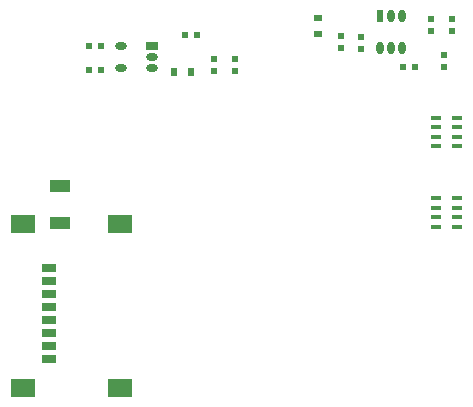
<source format=gbp>
G04*
G04 #@! TF.GenerationSoftware,Altium Limited,Altium Designer,18.1.9 (240)*
G04*
G04 Layer_Color=128*
%FSLAX25Y25*%
%MOIN*%
G70*
G01*
G75*
%ADD15R,0.06693X0.04331*%
%ADD16R,0.02362X0.02362*%
%ADD17R,0.02362X0.02362*%
%ADD61R,0.02362X0.04331*%
%ADD62O,0.02362X0.04331*%
%ADD63R,0.02362X0.03150*%
%ADD64R,0.03150X0.02362*%
%ADD65R,0.03740X0.01575*%
%ADD66R,0.07874X0.05906*%
%ADD67R,0.04724X0.03150*%
%ADD68R,0.03937X0.02756*%
%ADD69O,0.03937X0.02756*%
D15*
X23622Y60827D02*
D03*
Y73032D02*
D03*
D16*
X33465Y111721D02*
D03*
X37402D02*
D03*
X65354Y123228D02*
D03*
X69291D02*
D03*
X33465Y119791D02*
D03*
X37402D02*
D03*
X138189Y112598D02*
D03*
X142126D02*
D03*
D17*
X81890Y111327D02*
D03*
Y115264D02*
D03*
X75197Y111327D02*
D03*
Y115264D02*
D03*
X117323Y122835D02*
D03*
Y118898D02*
D03*
X124016Y122622D02*
D03*
Y118685D02*
D03*
X147244Y128527D02*
D03*
Y124591D02*
D03*
X154252Y128528D02*
D03*
Y124591D02*
D03*
X151575Y112598D02*
D03*
Y116535D02*
D03*
D61*
X130315Y129528D02*
D03*
D62*
X134055D02*
D03*
X137795D02*
D03*
X130315Y118898D02*
D03*
X134055D02*
D03*
X137795D02*
D03*
D63*
X61811Y110933D02*
D03*
X67323D02*
D03*
D64*
X109843Y123622D02*
D03*
Y129134D02*
D03*
D65*
X155905Y68898D02*
D03*
Y65748D02*
D03*
Y62598D02*
D03*
Y59449D02*
D03*
X149213D02*
D03*
Y62598D02*
D03*
Y65748D02*
D03*
Y68898D02*
D03*
X155905Y95669D02*
D03*
Y92520D02*
D03*
Y89370D02*
D03*
Y86221D02*
D03*
X149213D02*
D03*
Y89370D02*
D03*
Y92520D02*
D03*
Y95669D02*
D03*
D66*
X43701Y5512D02*
D03*
X11417D02*
D03*
X43701Y60197D02*
D03*
X11417D02*
D03*
D67*
X20079Y45551D02*
D03*
Y41221D02*
D03*
Y36890D02*
D03*
Y32559D02*
D03*
Y28228D02*
D03*
Y23898D02*
D03*
Y19567D02*
D03*
Y15236D02*
D03*
D68*
X54331Y119791D02*
D03*
D69*
Y116051D02*
D03*
Y112311D02*
D03*
X44094Y119791D02*
D03*
Y112311D02*
D03*
M02*

</source>
